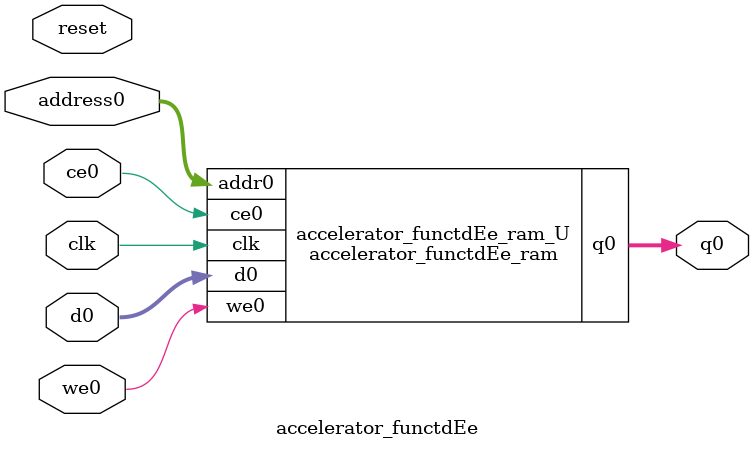
<source format=v>

`timescale 1 ns / 1 ps
module accelerator_functdEe_ram (addr0, ce0, d0, we0, q0,  clk);

parameter DWIDTH = 32;
parameter AWIDTH = 13;
parameter MEM_SIZE = 7840;

input[AWIDTH-1:0] addr0;
input ce0;
input[DWIDTH-1:0] d0;
input we0;
output reg[DWIDTH-1:0] q0;
input clk;

(* ram_style = "block" *)reg [DWIDTH-1:0] ram[0:MEM_SIZE-1];




always @(posedge clk)  
begin 
    if (ce0) 
    begin
        if (we0) 
        begin 
            ram[addr0] <= d0; 
            q0 <= d0;
        end 
        else 
            q0 <= ram[addr0];
    end
end


endmodule


`timescale 1 ns / 1 ps
module accelerator_functdEe(
    reset,
    clk,
    address0,
    ce0,
    we0,
    d0,
    q0);

parameter DataWidth = 32'd32;
parameter AddressRange = 32'd7840;
parameter AddressWidth = 32'd13;
input reset;
input clk;
input[AddressWidth - 1:0] address0;
input ce0;
input we0;
input[DataWidth - 1:0] d0;
output[DataWidth - 1:0] q0;



accelerator_functdEe_ram accelerator_functdEe_ram_U(
    .clk( clk ),
    .addr0( address0 ),
    .ce0( ce0 ),
    .we0( we0 ),
    .d0( d0 ),
    .q0( q0 ));

endmodule


</source>
